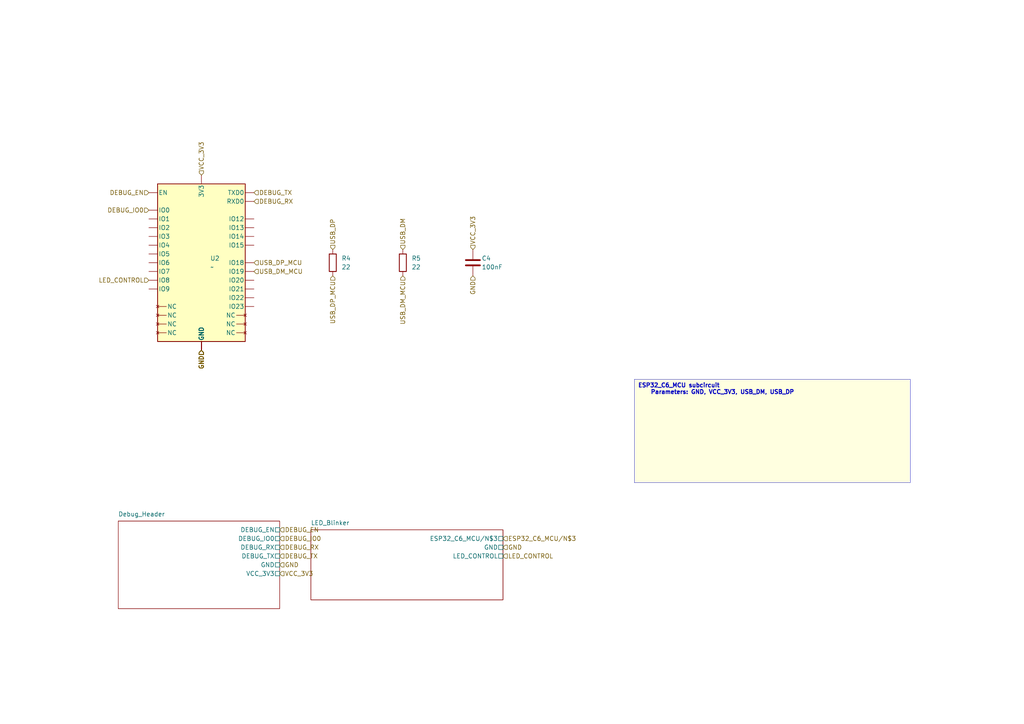
<source format=kicad_sch>
(kicad_sch (version 20250114) (generator "circuit_synth") (generator_version 9.0)
  (paper A4)
  (paper A4)
  (lib_symbols
    (symbol "Device:C" (pin_numbers hide) (pin_names (offset 0.254))
      (property "Reference" "{'value': 'C', 'position': {'x': 0.635, 'y': 2.54, 'rotation': 0.0}, 'effects': {'font_size': [1.27, 1.27], 'justify': ['left']}}" (at 0.0 0.0 0))
      (property "Value" "{'value': 'C', 'position': {'x': 0.635, 'y': -2.54, 'rotation': 0.0}, 'effects': {'font_size': [1.27, 1.27], 'justify': ['left']}}" (at 0.0 0.0 0))
      (symbol "C_0_1"
        (polyline (pts (xy -2.032 0.762) (xy 2.032 0.762)) (stroke (width 0.508)))
        (polyline (pts (xy -2.032 -0.762) (xy 2.032 -0.762)) (stroke (width 0.508)))
      )
      (symbol "C_1_1"
        (pin passive line (at 0.0 3.81 270) (length 2.794) (name ~) (number "1"))
        (pin passive line (at 0.0 -3.81 90) (length 2.794) (name ~) (number "2"))
      )
    )
    (symbol "Device:R" (pin_numbers hide) (pin_names (offset 0.254))
      (property "Reference" "{'value': 'R', 'position': {'x': 2.032, 'y': 0.0, 'rotation': 90.0}, 'effects': {'font_size': [1.27, 1.27]}}" (at 0.0 0.0 0))
      (property "Value" "{'value': 'R', 'position': {'x': 0.0, 'y': 0.0, 'rotation': 90.0}, 'effects': {'font_size': [1.27, 1.27]}}" (at 0.0 0.0 0))
      (symbol "R_0_1"
        (rectangle (start -1.016 -2.54) (end 1.016 2.54) (stroke (width 0.254)))
      )
      (symbol "R_1_1"
        (pin passive line (at 0.0 3.81 270) (length 1.27) (name ~) (number "1"))
        (pin passive line (at 0.0 -3.81 90) (length 1.27) (name ~) (number "2"))
      )
    )
    (symbol "RF_Module:ESP32-C6-MINI-1" (pin_numbers hide) (pin_names (offset 0.254))
      (property "Reference" "{'value': 'U', 'position': {'x': -11.43, 'y': 24.13, 'rotation': 0.0}, 'effects': {'font_size': [1.27, 1.27]}}" (at 0.0 0.0 0))
      (property "Value" "{'value': 'ESP32-C6-MINI-1', 'position': {'x': 12.7, 'y': 24.13, 'rotation': 0.0}, 'effects': {'font_size': [1.27, 1.27]}}" (at 0.0 0.0 0))
      (symbol "ESP32-C6-MINI-1_0_1"
        (rectangle (start -12.7 22.86) (end 12.7 -22.86) (stroke (width 0.254)) (fill (type background)))
      )
      (symbol "ESP32-C6-MINI-1_1_1"
        (pin input line (at -15.24 20.32 0) (length 2.54) (name EN) (number "8"))
        (pin bidirectional line (at -15.24 15.24 0) (length 2.54) (name IO0) (number "12"))
        (pin bidirectional line (at -15.24 12.7 0) (length 2.54) (name IO1) (number "13"))
        (pin bidirectional line (at -15.24 10.16 0) (length 2.54) (name IO2) (number "5"))
        (pin bidirectional line (at -15.24 7.62 0) (length 2.54) (name IO3) (number "6"))
        (pin bidirectional line (at -15.24 5.08 0) (length 2.54) (name IO4) (number "9"))
        (pin bidirectional line (at -15.24 2.54 0) (length 2.54) (name IO5) (number "10"))
        (pin bidirectional line (at -15.24 0.0 0) (length 2.54) (name IO6) (number "15"))
        (pin bidirectional line (at -15.24 -2.54 0) (length 2.54) (name IO7) (number "16"))
        (pin bidirectional line (at -15.24 -5.08 0) (length 2.54) (name IO8) (number "22"))
        (pin bidirectional line (at -15.24 -7.62 0) (length 2.54) (name IO9) (number "23"))
        (pin no_connect line (at -12.7 -12.7 0) (length 2.54) (name NC) (number "32"))
        (pin no_connect line (at -12.7 -15.24 0) (length 2.54) (name NC) (number "33"))
        (pin no_connect line (at -12.7 -17.78 0) (length 2.54) (name NC) (number "34"))
        (pin no_connect line (at -12.7 -20.32 0) (length 2.54) (name NC) (number "35"))
        (pin power_in line (at 0.0 25.4 270) (length 2.54) (name 3V3) (number "3"))
        (pin power_in line (at 0.0 -25.4 90) (length 2.54) (name GND) (number "1"))
        (pin passive line (at 0.0 -25.4 90) (length 2.54) (name GND) (number "11"))
        (pin passive line (at 0.0 -25.4 90) (length 2.54) (name GND) (number "14"))
        (pin passive line (at 0.0 -25.4 90) (length 2.54) (name GND) (number "2"))
        (pin passive line (at 0.0 -25.4 90) (length 2.54) (name GND) (number "36"))
        (pin passive line (at 0.0 -25.4 90) (length 2.54) (name GND) (number "37"))
        (pin passive line (at 0.0 -25.4 90) (length 2.54) (name GND) (number "38"))
        (pin passive line (at 0.0 -25.4 90) (length 2.54) (name GND) (number "39"))
        (pin passive line (at 0.0 -25.4 90) (length 2.54) (name GND) (number "40"))
        (pin passive line (at 0.0 -25.4 90) (length 2.54) (name GND) (number "41"))
        (pin passive line (at 0.0 -25.4 90) (length 2.54) (name GND) (number "42"))
        (pin passive line (at 0.0 -25.4 90) (length 2.54) (name GND) (number "43"))
        (pin passive line (at 0.0 -25.4 90) (length 2.54) (name GND) (number "44"))
        (pin passive line (at 0.0 -25.4 90) (length 2.54) (name GND) (number "45"))
        (pin passive line (at 0.0 -25.4 90) (length 2.54) (name GND) (number "46"))
        (pin passive line (at 0.0 -25.4 90) (length 2.54) (name GND) (number "47"))
        (pin passive line (at 0.0 -25.4 90) (length 2.54) (name GND) (number "48"))
        (pin passive line (at 0.0 -25.4 90) (length 2.54) (name GND) (number "49"))
        (pin passive line (at 0.0 -25.4 90) (length 2.54) (name GND) (number "50"))
        (pin passive line (at 0.0 -25.4 90) (length 2.54) (name GND) (number "51"))
        (pin passive line (at 0.0 -25.4 90) (length 2.54) (name GND) (number "52"))
        (pin passive line (at 0.0 -25.4 90) (length 2.54) (name GND) (number "53"))
        (pin no_connect line (at 12.7 -15.24 180) (length 2.54) (name NC) (number "4"))
        (pin no_connect line (at 12.7 -17.78 180) (length 2.54) (name NC) (number "7"))
        (pin no_connect line (at 12.7 -20.32 180) (length 2.54) (name NC) (number "21"))
        (pin bidirectional line (at 15.24 20.32 180) (length 2.54) (name TXD0) (number "31"))
        (pin bidirectional line (at 15.24 17.78 180) (length 2.54) (name RXD0) (number "30"))
        (pin bidirectional line (at 15.24 12.7 180) (length 2.54) (name IO12) (number "17"))
        (pin bidirectional line (at 15.24 10.16 180) (length 2.54) (name IO13) (number "18"))
        (pin bidirectional line (at 15.24 7.62 180) (length 2.54) (name IO14) (number "19"))
        (pin bidirectional line (at 15.24 5.08 180) (length 2.54) (name IO15) (number "20"))
        (pin bidirectional line (at 15.24 0.0 180) (length 2.54) (name IO18) (number "24"))
        (pin bidirectional line (at 15.24 -2.54 180) (length 2.54) (name IO19) (number "25"))
        (pin bidirectional line (at 15.24 -5.08 180) (length 2.54) (name IO20) (number "26"))
        (pin bidirectional line (at 15.24 -7.62 180) (length 2.54) (name IO21) (number "27"))
        (pin bidirectional line (at 15.24 -10.16 180) (length 2.54) (name IO22) (number "28"))
        (pin bidirectional line (at 15.24 -12.7 180) (length 2.54) (name IO23) (number "29"))
      )
    )
  )
  (title_block (title ESP32_C6_MCU) (date 2025-08-02) (company Circuit-Synth))
  (symbol (lib_id Device:C) (at 137.16 76.2 0)
    (property "Reference" "C4" (at 139.7 74.93 0) (effects (justify left)))
    (property "Value" "100nF" (at 139.7 77.47 0) (effects (justify left)))
    (property "Footprint" "Capacitor_SMD:C_0603_1608Metric" (effects (hide yes)))
    (instances (project "circuit" (path "" (reference C4) (unit 1))) (project "ESP32_C6_Dev_Board_generated" (path "" (reference C4) (unit 1))))
  )
  (symbol (lib_id Device:R) (at 96.52 76.2 0)
    (property "Reference" "R4" (at 99.06 74.93 0) (effects (justify left)))
    (property "Value" "22" (at 99.06 77.47 0) (effects (justify left)))
    (property "Footprint" "Resistor_SMD:R_0603_1608Metric" (effects (hide yes)))
    (instances (project "circuit" (path "" (reference R4) (unit 1))) (project "ESP32_C6_Dev_Board_generated" (path "" (reference R4) (unit 1))))
  )
  (symbol (lib_id Device:R) (at 116.84 76.2 0)
    (property "Reference" "R5" (at 119.38000000000001 74.93 0) (effects (justify left)))
    (property "Value" "22" (at 119.38000000000001 77.47 0) (effects (justify left)))
    (property "Footprint" "Resistor_SMD:R_0603_1608Metric" (effects (hide yes)))
    (instances (project "circuit" (path "" (reference R5) (unit 1))) (project "ESP32_C6_Dev_Board_generated" (path "" (reference R5) (unit 1))))
  )
  (symbol (lib_id RF_Module:ESP32-C6-MINI-1) (at 58.42 76.2 0)
    (property "Reference" "U2" (at 60.96 74.93 0) (effects (justify left)))
    (property "Value" "~" (at 60.96 77.47 0) (effects (justify left)))
    (property "Footprint" "RF_Module:ESP32-C6-MINI-1" (effects (hide yes)))
    (instances (project "circuit" (path "" (reference U2) (unit 1))) (project "ESP32_C6_Dev_Board_generated" (path "" (reference U2) (unit 1))))
  )
  (hierarchical_label VCC_3V3 (shape input) (at 137.16 72.39 90))
  (hierarchical_label VCC_3V3 (shape input) (at 58.42 50.800000000000004 90))
  (hierarchical_label GND (shape input) (at 137.16 80.01 270))
  (hierarchical_label GND (shape input) (at 58.42 101.6 270))
  (hierarchical_label GND (shape input) (at 58.42 101.6 270))
  (hierarchical_label GND (shape input) (at 58.42 101.6 270))
  (hierarchical_label GND (shape input) (at 58.42 101.6 270))
  (hierarchical_label GND (shape input) (at 58.42 101.6 270))
  (hierarchical_label GND (shape input) (at 58.42 101.6 270))
  (hierarchical_label GND (shape input) (at 58.42 101.6 270))
  (hierarchical_label GND (shape input) (at 58.42 101.6 270))
  (hierarchical_label GND (shape input) (at 58.42 101.6 270))
  (hierarchical_label GND (shape input) (at 58.42 101.6 270))
  (hierarchical_label GND (shape input) (at 58.42 101.6 270))
  (hierarchical_label GND (shape input) (at 58.42 101.6 270))
  (hierarchical_label GND (shape input) (at 58.42 101.6 270))
  (hierarchical_label GND (shape input) (at 58.42 101.6 270))
  (hierarchical_label GND (shape input) (at 58.42 101.6 270))
  (hierarchical_label GND (shape input) (at 58.42 101.6 270))
  (hierarchical_label GND (shape input) (at 58.42 101.6 270))
  (hierarchical_label GND (shape input) (at 58.42 101.6 270))
  (hierarchical_label GND (shape input) (at 58.42 101.6 270))
  (hierarchical_label GND (shape input) (at 58.42 101.6 270))
  (hierarchical_label GND (shape input) (at 58.42 101.6 270))
  (hierarchical_label GND (shape input) (at 58.42 101.6 270))
  (hierarchical_label USB_DP (shape input) (at 96.52 72.39 90))
  (hierarchical_label USB_DP_MCU (shape input) (at 96.52 80.01 270))
  (hierarchical_label USB_DP_MCU (shape input) (at 73.66 76.2 0))
  (hierarchical_label USB_DM (shape input) (at 116.84 72.39 90))
  (hierarchical_label USB_DM_MCU (shape input) (at 116.84 80.01 270))
  (hierarchical_label USB_DM_MCU (shape input) (at 73.66 78.74000000000001 0))
  (hierarchical_label DEBUG_EN (shape input) (at 43.18 55.88 180))
  (hierarchical_label DEBUG_IO0 (shape input) (at 43.18 60.96 180))
  (hierarchical_label LED_CONTROL (shape input) (at 43.18 81.28 180))
  (hierarchical_label DEBUG_TX (shape input) (at 73.66 55.88 0))
  (hierarchical_label DEBUG_RX (shape input) (at 73.66 58.42 0))
  (hierarchical_label DEBUG_EN (shape input) (at 81.12 153.67000000000002 0))
  (hierarchical_label DEBUG_IO0 (shape input) (at 81.12 156.21 0))
  (hierarchical_label DEBUG_RX (shape input) (at 81.12 158.75 0))
  (hierarchical_label DEBUG_TX (shape input) (at 81.12 161.29 0))
  (hierarchical_label GND (shape input) (at 81.12 163.83 0))
  (hierarchical_label VCC_3V3 (shape input) (at 81.12 166.37 0))
  (hierarchical_label "ESP32_C6_MCU/N$3" (shape input) (at 145.89 156.21 0))
  (hierarchical_label GND (shape input) (at 145.89 158.75 0))
  (hierarchical_label LED_CONTROL (shape input) (at 145.89 161.29 0))
  (sheet (at 34.29 151.13) (size 46.83 25.4) (stroke (width 0.12)) (fill (color 0 0 0 0.0))
    (property "Sheetname" "Debug_Header" (at 34.29 149.85999999999999 0) (effects (justify left bottom)))
    (property "Sheetfile" "Debug_Header.kicad_sch" (effects (hide yes)))
    (pin DEBUG_EN passive (at 79.85000000000001 153.67000000000002 0))
    (pin DEBUG_IO0 passive (at 79.85000000000001 156.21 0))
    (pin DEBUG_RX passive (at 79.85000000000001 158.75 0))
    (pin DEBUG_TX passive (at 79.85000000000001 161.29 0))
    (pin GND passive (at 79.85000000000001 163.83 0))
    (pin VCC_3V3 passive (at 79.85000000000001 166.37 0))
  )
  (sheet (at 90.17 153.67000000000002) (size 55.72 20.32) (stroke (width 0.12)) (fill (color 0 0 0 0.0))
    (property "Sheetname" "LED_Blinker" (at 90.17 152.4 0) (effects (justify left bottom)))
    (property "Sheetfile" "LED_Blinker.kicad_sch" (effects (hide yes)))
    (pin "ESP32_C6_MCU/N$3" passive (at 144.61999999999998 156.21 0))
    (pin GND passive (at 144.61999999999998 158.75 0))
    (pin LED_CONTROL passive (at 144.61999999999998 161.29 0))
  )
  (text_box "ESP32_C6_MCU subcircuit\n    Parameters: GND, VCC_3V3, USB_DM, USB_DP" (exclude_from_sim yes) (at 184.0 110.0 0) (size 80.0 30.0) (margins 1.0 1.0 1.0 1.0) (stroke (width 0.1)) (fill (type color) (color 255 255 224 1)) (effects (font (size 1.2 1.2) (thickness 0.254)) (justify left top)))
)
</source>
